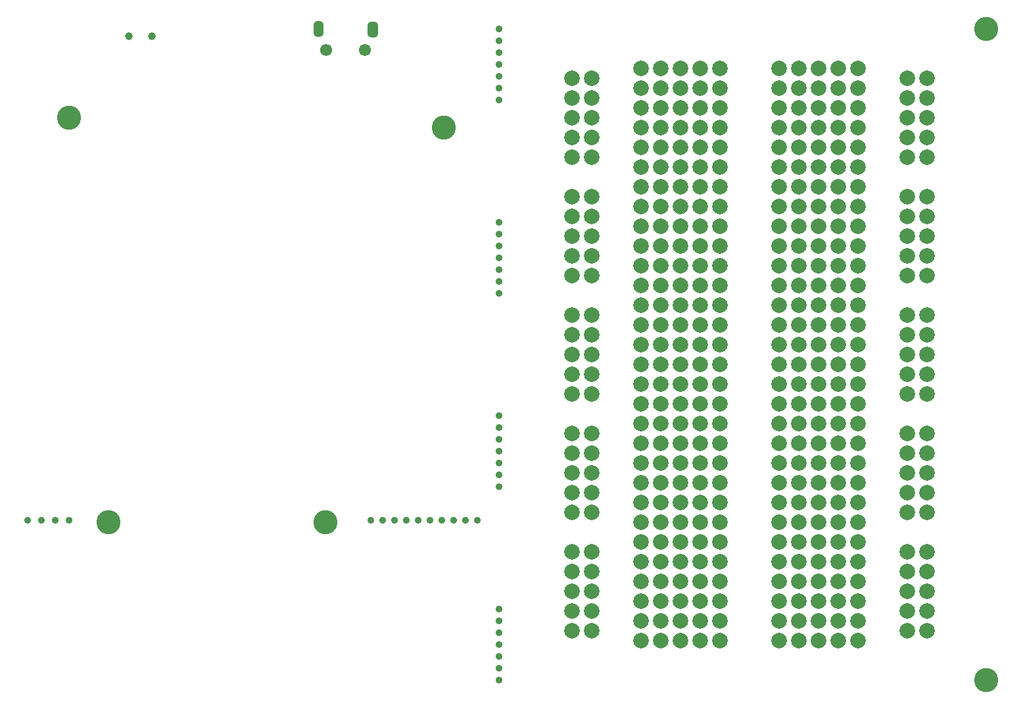
<source format=gbs>
G75*
%MOIN*%
%OFA0B0*%
%FSLAX25Y25*%
%IPPOS*%
%LPD*%
%AMOC8*
5,1,8,0,0,1.08239X$1,22.5*
%
%ADD10C,0.12211*%
%ADD11C,0.03550*%
%ADD12C,0.03587*%
%ADD13C,0.06100*%
%ADD14C,0.03600*%
%ADD15C,0.03943*%
%ADD16C,0.07900*%
D10*
X0062500Y0102500D03*
X0172500Y0102500D03*
X0232500Y0302500D03*
X0042500Y0307500D03*
X0507500Y0352500D03*
X0507500Y0022500D03*
D11*
X0021500Y0103500D03*
X0028500Y0103500D03*
X0035500Y0103500D03*
X0042500Y0103500D03*
X0195500Y0103500D03*
X0201500Y0103500D03*
X0207500Y0103500D03*
X0213500Y0103500D03*
X0219500Y0103500D03*
X0225500Y0103500D03*
X0231500Y0103500D03*
X0237500Y0103500D03*
X0243500Y0103500D03*
X0249500Y0103500D03*
X0260500Y0120500D03*
X0260500Y0126500D03*
X0260500Y0132500D03*
X0260500Y0138500D03*
X0260500Y0144500D03*
X0260500Y0150500D03*
X0260500Y0156500D03*
X0260500Y0218500D03*
X0260500Y0224500D03*
X0260500Y0230500D03*
X0260500Y0236500D03*
X0260500Y0242500D03*
X0260500Y0248500D03*
X0260500Y0254500D03*
X0260500Y0316500D03*
X0260500Y0322500D03*
X0260500Y0328500D03*
X0260500Y0334500D03*
X0260500Y0340500D03*
X0260500Y0346500D03*
X0260500Y0352500D03*
X0260500Y0058500D03*
X0260500Y0052500D03*
X0260500Y0046500D03*
X0260500Y0040500D03*
X0260500Y0034500D03*
X0260500Y0028500D03*
X0260500Y0022500D03*
D12*
X0197049Y0350314D02*
X0197049Y0354608D01*
X0197049Y0350314D02*
X0195511Y0350314D01*
X0195511Y0354608D01*
X0197049Y0354608D01*
X0197049Y0353900D02*
X0195511Y0353900D01*
X0167951Y0354686D02*
X0167951Y0350392D01*
X0167951Y0354686D02*
X0169489Y0354686D01*
X0169489Y0350392D01*
X0167951Y0350392D01*
X0167951Y0353978D02*
X0169489Y0353978D01*
D13*
X0172657Y0341870D03*
X0192343Y0341870D03*
D14*
X0192343Y0341870D03*
X0172657Y0341870D03*
D15*
X0084406Y0349000D03*
X0072594Y0349000D03*
D16*
X0297500Y0327500D03*
X0307500Y0327500D03*
X0307500Y0317500D03*
X0307500Y0307500D03*
X0297500Y0307500D03*
X0297500Y0317500D03*
X0297500Y0297500D03*
X0307500Y0297500D03*
X0307500Y0287500D03*
X0297500Y0287500D03*
X0297500Y0267500D03*
X0297500Y0257500D03*
X0307500Y0257500D03*
X0307500Y0267500D03*
X0332500Y0262500D03*
X0342500Y0262500D03*
X0352500Y0262500D03*
X0362500Y0262500D03*
X0372500Y0262500D03*
X0372500Y0252500D03*
X0372500Y0242500D03*
X0362500Y0242500D03*
X0362500Y0252500D03*
X0352500Y0252500D03*
X0352500Y0242500D03*
X0342500Y0242500D03*
X0342500Y0252500D03*
X0332500Y0252500D03*
X0332500Y0242500D03*
X0332500Y0232500D03*
X0342500Y0232500D03*
X0352500Y0232500D03*
X0362500Y0232500D03*
X0372500Y0232500D03*
X0372500Y0222500D03*
X0372500Y0212500D03*
X0362500Y0212500D03*
X0362500Y0222500D03*
X0352500Y0222500D03*
X0352500Y0212500D03*
X0342500Y0212500D03*
X0342500Y0222500D03*
X0332500Y0222500D03*
X0332500Y0212500D03*
X0332500Y0202500D03*
X0342500Y0202500D03*
X0352500Y0202500D03*
X0362500Y0202500D03*
X0372500Y0202500D03*
X0372500Y0192500D03*
X0372500Y0182500D03*
X0362500Y0182500D03*
X0362500Y0192500D03*
X0352500Y0192500D03*
X0352500Y0182500D03*
X0342500Y0182500D03*
X0342500Y0192500D03*
X0332500Y0192500D03*
X0332500Y0182500D03*
X0332500Y0172500D03*
X0342500Y0172500D03*
X0352500Y0172500D03*
X0362500Y0172500D03*
X0372500Y0172500D03*
X0372500Y0162500D03*
X0372500Y0152500D03*
X0362500Y0152500D03*
X0362500Y0162500D03*
X0352500Y0162500D03*
X0352500Y0152500D03*
X0342500Y0152500D03*
X0342500Y0162500D03*
X0332500Y0162500D03*
X0332500Y0152500D03*
X0332500Y0142500D03*
X0332500Y0132500D03*
X0342500Y0132500D03*
X0342500Y0142500D03*
X0352500Y0142500D03*
X0352500Y0132500D03*
X0362500Y0132500D03*
X0362500Y0142500D03*
X0372500Y0142500D03*
X0372500Y0132500D03*
X0372500Y0122500D03*
X0362500Y0122500D03*
X0352500Y0122500D03*
X0342500Y0122500D03*
X0332500Y0122500D03*
X0332500Y0112500D03*
X0332500Y0102500D03*
X0342500Y0102500D03*
X0342500Y0112500D03*
X0352500Y0112500D03*
X0352500Y0102500D03*
X0362500Y0102500D03*
X0362500Y0112500D03*
X0372500Y0112500D03*
X0372500Y0102500D03*
X0372500Y0092500D03*
X0362500Y0092500D03*
X0352500Y0092500D03*
X0342500Y0092500D03*
X0332500Y0092500D03*
X0332500Y0082500D03*
X0332500Y0072500D03*
X0342500Y0072500D03*
X0342500Y0082500D03*
X0352500Y0082500D03*
X0352500Y0072500D03*
X0362500Y0072500D03*
X0362500Y0082500D03*
X0372500Y0082500D03*
X0372500Y0072500D03*
X0372500Y0062500D03*
X0362500Y0062500D03*
X0352500Y0062500D03*
X0342500Y0062500D03*
X0332500Y0062500D03*
X0332500Y0052500D03*
X0332500Y0042500D03*
X0342500Y0042500D03*
X0342500Y0052500D03*
X0352500Y0052500D03*
X0352500Y0042500D03*
X0362500Y0042500D03*
X0362500Y0052500D03*
X0372500Y0052500D03*
X0372500Y0042500D03*
X0402500Y0042500D03*
X0402500Y0052500D03*
X0412500Y0052500D03*
X0412500Y0042500D03*
X0422500Y0042500D03*
X0422500Y0052500D03*
X0432500Y0052500D03*
X0432500Y0042500D03*
X0442500Y0042500D03*
X0442500Y0052500D03*
X0442500Y0062500D03*
X0432500Y0062500D03*
X0422500Y0062500D03*
X0412500Y0062500D03*
X0402500Y0062500D03*
X0402500Y0072500D03*
X0402500Y0082500D03*
X0412500Y0082500D03*
X0412500Y0072500D03*
X0422500Y0072500D03*
X0422500Y0082500D03*
X0432500Y0082500D03*
X0432500Y0072500D03*
X0442500Y0072500D03*
X0442500Y0082500D03*
X0442500Y0092500D03*
X0432500Y0092500D03*
X0422500Y0092500D03*
X0412500Y0092500D03*
X0402500Y0092500D03*
X0402500Y0102500D03*
X0402500Y0112500D03*
X0412500Y0112500D03*
X0412500Y0102500D03*
X0422500Y0102500D03*
X0422500Y0112500D03*
X0432500Y0112500D03*
X0432500Y0102500D03*
X0442500Y0102500D03*
X0442500Y0112500D03*
X0442500Y0122500D03*
X0432500Y0122500D03*
X0422500Y0122500D03*
X0412500Y0122500D03*
X0402500Y0122500D03*
X0402500Y0132500D03*
X0402500Y0142500D03*
X0412500Y0142500D03*
X0412500Y0132500D03*
X0422500Y0132500D03*
X0422500Y0142500D03*
X0432500Y0142500D03*
X0432500Y0132500D03*
X0442500Y0132500D03*
X0442500Y0142500D03*
X0442500Y0152500D03*
X0442500Y0162500D03*
X0432500Y0162500D03*
X0432500Y0152500D03*
X0422500Y0152500D03*
X0422500Y0162500D03*
X0412500Y0162500D03*
X0412500Y0152500D03*
X0402500Y0152500D03*
X0402500Y0162500D03*
X0402500Y0172500D03*
X0412500Y0172500D03*
X0422500Y0172500D03*
X0432500Y0172500D03*
X0442500Y0172500D03*
X0442500Y0182500D03*
X0442500Y0192500D03*
X0432500Y0192500D03*
X0432500Y0182500D03*
X0422500Y0182500D03*
X0422500Y0192500D03*
X0412500Y0192500D03*
X0412500Y0182500D03*
X0402500Y0182500D03*
X0402500Y0192500D03*
X0402500Y0202500D03*
X0412500Y0202500D03*
X0422500Y0202500D03*
X0432500Y0202500D03*
X0442500Y0202500D03*
X0442500Y0212500D03*
X0442500Y0222500D03*
X0432500Y0222500D03*
X0432500Y0212500D03*
X0422500Y0212500D03*
X0422500Y0222500D03*
X0412500Y0222500D03*
X0412500Y0212500D03*
X0402500Y0212500D03*
X0402500Y0222500D03*
X0402500Y0232500D03*
X0412500Y0232500D03*
X0422500Y0232500D03*
X0432500Y0232500D03*
X0442500Y0232500D03*
X0442500Y0242500D03*
X0442500Y0252500D03*
X0432500Y0252500D03*
X0432500Y0242500D03*
X0422500Y0242500D03*
X0422500Y0252500D03*
X0412500Y0252500D03*
X0412500Y0242500D03*
X0402500Y0242500D03*
X0402500Y0252500D03*
X0402500Y0262500D03*
X0412500Y0262500D03*
X0422500Y0262500D03*
X0432500Y0262500D03*
X0442500Y0262500D03*
X0442500Y0272500D03*
X0442500Y0282500D03*
X0432500Y0282500D03*
X0432500Y0272500D03*
X0422500Y0272500D03*
X0422500Y0282500D03*
X0412500Y0282500D03*
X0412500Y0272500D03*
X0402500Y0272500D03*
X0402500Y0282500D03*
X0402500Y0292500D03*
X0402500Y0302500D03*
X0412500Y0302500D03*
X0412500Y0292500D03*
X0422500Y0292500D03*
X0422500Y0302500D03*
X0432500Y0302500D03*
X0432500Y0292500D03*
X0442500Y0292500D03*
X0442500Y0302500D03*
X0442500Y0312500D03*
X0432500Y0312500D03*
X0422500Y0312500D03*
X0412500Y0312500D03*
X0402500Y0312500D03*
X0402500Y0322500D03*
X0402500Y0332500D03*
X0412500Y0332500D03*
X0412500Y0322500D03*
X0422500Y0322500D03*
X0422500Y0332500D03*
X0432500Y0332500D03*
X0432500Y0322500D03*
X0442500Y0322500D03*
X0442500Y0332500D03*
X0467500Y0327500D03*
X0477500Y0327500D03*
X0477500Y0317500D03*
X0477500Y0307500D03*
X0467500Y0307500D03*
X0467500Y0317500D03*
X0467500Y0297500D03*
X0477500Y0297500D03*
X0477500Y0287500D03*
X0467500Y0287500D03*
X0467500Y0267500D03*
X0467500Y0257500D03*
X0477500Y0257500D03*
X0477500Y0267500D03*
X0477500Y0247500D03*
X0467500Y0247500D03*
X0467500Y0237500D03*
X0467500Y0227500D03*
X0477500Y0227500D03*
X0477500Y0237500D03*
X0477500Y0207500D03*
X0477500Y0197500D03*
X0467500Y0197500D03*
X0467500Y0207500D03*
X0467500Y0187500D03*
X0477500Y0187500D03*
X0477500Y0177500D03*
X0477500Y0167500D03*
X0467500Y0167500D03*
X0467500Y0177500D03*
X0467500Y0147500D03*
X0467500Y0137500D03*
X0477500Y0137500D03*
X0477500Y0147500D03*
X0477500Y0127500D03*
X0477500Y0117500D03*
X0467500Y0117500D03*
X0467500Y0127500D03*
X0467500Y0107500D03*
X0477500Y0107500D03*
X0477500Y0087500D03*
X0467500Y0087500D03*
X0467500Y0077500D03*
X0477500Y0077500D03*
X0477500Y0067500D03*
X0477500Y0057500D03*
X0467500Y0057500D03*
X0467500Y0067500D03*
X0467500Y0047500D03*
X0477500Y0047500D03*
X0307500Y0047500D03*
X0297500Y0047500D03*
X0297500Y0057500D03*
X0297500Y0067500D03*
X0307500Y0067500D03*
X0307500Y0057500D03*
X0307500Y0077500D03*
X0297500Y0077500D03*
X0297500Y0087500D03*
X0307500Y0087500D03*
X0307500Y0107500D03*
X0297500Y0107500D03*
X0297500Y0117500D03*
X0297500Y0127500D03*
X0307500Y0127500D03*
X0307500Y0117500D03*
X0307500Y0137500D03*
X0307500Y0147500D03*
X0297500Y0147500D03*
X0297500Y0137500D03*
X0297500Y0167500D03*
X0297500Y0177500D03*
X0307500Y0177500D03*
X0307500Y0167500D03*
X0307500Y0187500D03*
X0297500Y0187500D03*
X0297500Y0197500D03*
X0297500Y0207500D03*
X0307500Y0207500D03*
X0307500Y0197500D03*
X0307500Y0227500D03*
X0307500Y0237500D03*
X0297500Y0237500D03*
X0297500Y0227500D03*
X0297500Y0247500D03*
X0307500Y0247500D03*
X0332500Y0272500D03*
X0332500Y0282500D03*
X0342500Y0282500D03*
X0342500Y0272500D03*
X0352500Y0272500D03*
X0352500Y0282500D03*
X0362500Y0282500D03*
X0362500Y0272500D03*
X0372500Y0272500D03*
X0372500Y0282500D03*
X0372500Y0292500D03*
X0372500Y0302500D03*
X0362500Y0302500D03*
X0362500Y0292500D03*
X0352500Y0292500D03*
X0352500Y0302500D03*
X0342500Y0302500D03*
X0342500Y0292500D03*
X0332500Y0292500D03*
X0332500Y0302500D03*
X0332500Y0312500D03*
X0342500Y0312500D03*
X0352500Y0312500D03*
X0362500Y0312500D03*
X0372500Y0312500D03*
X0372500Y0322500D03*
X0372500Y0332500D03*
X0362500Y0332500D03*
X0362500Y0322500D03*
X0352500Y0322500D03*
X0352500Y0332500D03*
X0342500Y0332500D03*
X0342500Y0322500D03*
X0332500Y0322500D03*
X0332500Y0332500D03*
M02*

</source>
